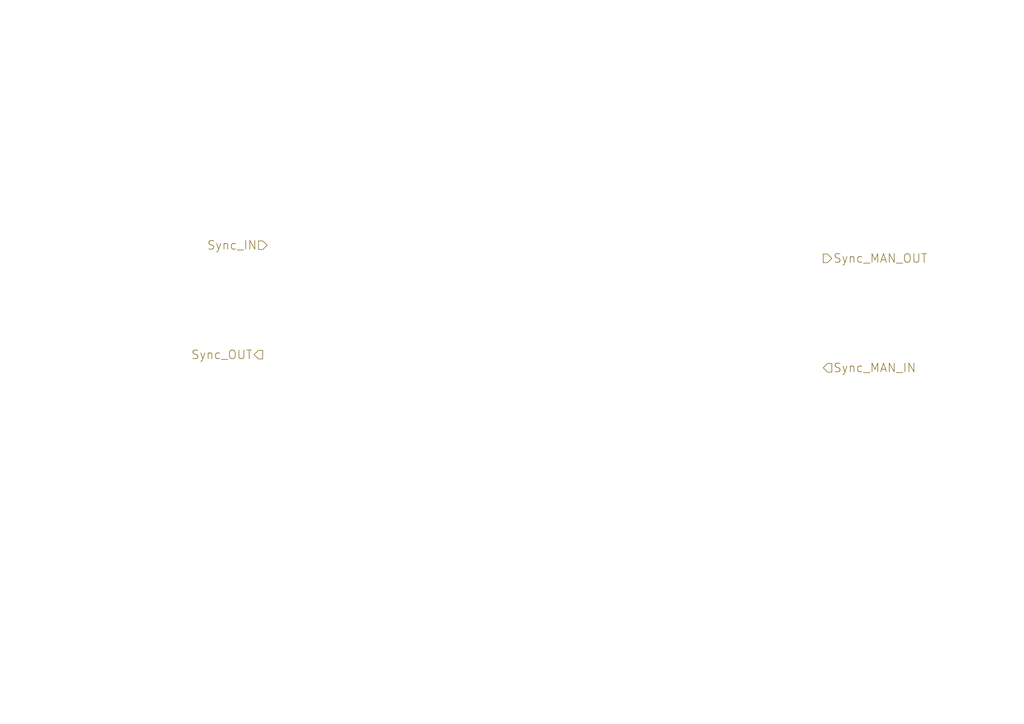
<source format=kicad_sch>
(kicad_sch
	(version 20250114)
	(generator "eeschema")
	(generator_version "9.0")
	(uuid "4928d38c-3d47-4a98-a9af-779b101c4952")
	(paper "A4")
	(lib_symbols)
	(hierarchical_label "Sync_IN"
		(shape input)
		(at 77.47 71.12 180)
		(effects
			(font
				(size 2.5 2.5)
			)
			(justify right)
		)
		(uuid "173333d5-e6ae-4d01-9542-a2a8113a23f9")
	)
	(hierarchical_label "Sync_MAN_OUT"
		(shape output)
		(at 238.76 74.93 0)
		(effects
			(font
				(size 2.5 2.5)
			)
			(justify left)
		)
		(uuid "3225837e-61c7-49b8-833e-fd8f4cc3d9b1")
	)
	(hierarchical_label "Sync_MAN_IN"
		(shape input)
		(at 238.76 106.68 0)
		(effects
			(font
				(size 2.5 2.5)
			)
			(justify left)
		)
		(uuid "3ef827cf-6b68-47ff-a408-5da6f69d2f85")
	)
	(hierarchical_label "Sync_OUT"
		(shape output)
		(at 76.2 102.87 180)
		(effects
			(font
				(size 2.5 2.5)
			)
			(justify right)
		)
		(uuid "e2af31b2-f556-403e-9000-e4b6bc60353a")
	)
)

</source>
